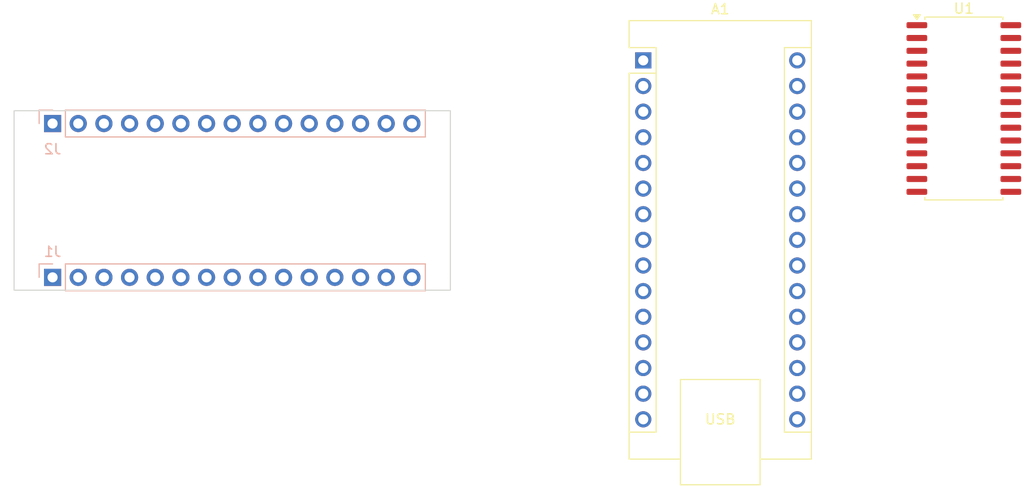
<source format=kicad_pcb>
(kicad_pcb (version 20241229) (generator "pcbnew") (generator_version "9.0")
  (title_block (date "sam. 04 avril 2015"))
  (layers (0 "F.Cu" signal) (2 "B.Cu" signal) (13 "F.Paste" user) (15 "B.Paste" user) (5 "F.SilkS" user "F.Silkscreen") (7 "B.SilkS" user "B.Silkscreen") (1 "F.Mask" user) (3 "B.Mask" user) (25 "Edge.Cuts" user))
  (net 0 "")
  (net 1 "GND")
  (net 2 "/~{RESET}")
  (net 3 "VCC")
  (net 4 "/*D9")
  (net 5 "/D8")
  (net 6 "/D7")
  (net 7 "/*D6")
  (net 8 "/*D5")
  (net 9 "/D4")
  (net 10 "+5V")
  (net 11 "/A3")
  (net 12 "/A2")
  (net 13 "/A1")
  (net 14 "/A0")
  (net 15 "/AREF")
  (net 16 "/D0{slash}RX")
  (net 17 "/D1{slash}TX")
  (net 18 "+3V3")
  (net 19 "/A7")
  (net 20 "/A6")
  (net 21 "/A5{slash}SCL")
  (net 22 "/A4{slash}SDA")
  (net 23 "/D13{slash}SCK")
  (net 24 "/D2")
  (net 25 "/*D3")
  (net 26 "/*D10{slash}SS")
  (net 27 "/*D11{slash}MOSI")
  (net 28 "/D12{slash}MISO")
  (net 37 "Net-(A1-SCL{slash}A5)")
  (net 40 "Net-(A1-GND-Pad29)")
  (net 56 "Net-(A1-SDA{slash}A4)")
  (footprint "Module:Arduino_Nano" (layer "F.Cu") (at 162.27 77.235)
    (property "Reference" "A1" (at 7.62 -5.08 0) (layer "F.SilkS"))
    (property "Value" "Arduino_Nano_Every")
    (fp_line (start -1.4 -3.94) (end -1.4 -1.27) (stroke (width 0.12)) (layer "F.SilkS"))
    (fp_line (start -1.4 1.27) (end -1.4 39.5) (stroke (width 0.12)) (layer "F.SilkS"))
    (fp_line (start -1.4 39.5) (end 3.68 39.5) (stroke (width 0.12)) (layer "F.SilkS"))
    (fp_line (start 1.27 -1.27) (end -1.4 -1.27) (stroke (width 0.12)) (layer "F.SilkS"))
    (fp_line (start 1.27 1.27) (end -1.4 1.27) (stroke (width 0.12)) (layer "F.SilkS"))
    (fp_line (start 1.27 1.27) (end 1.27 -1.27) (stroke (width 0.12)) (layer "F.SilkS"))
    (fp_line (start 1.27 1.27) (end 1.27 36.83) (stroke (width 0.12)) (layer "F.SilkS"))
    (fp_line (start 1.27 36.83) (end -1.4 36.83) (stroke (width 0.12)) (layer "F.SilkS"))
    (fp_line (start 3.68 31.62) (end 11.56 31.62) (stroke (width 0.12)) (layer "F.SilkS"))
    (fp_line (start 3.68 42.04) (end 3.68 31.62) (stroke (width 0.12)) (layer "F.SilkS"))
    (fp_line (start 11.56 31.62) (end 11.56 42.04) (stroke (width 0.12)) (layer "F.SilkS"))
    (fp_line (start 11.56 42.04) (end 3.68 42.04) (stroke (width 0.12)) (layer "F.SilkS"))
    (fp_line (start 13.97 -1.27) (end 13.97 36.83) (stroke (width 0.12)) (layer "F.SilkS"))
    (fp_line (start 13.97 -1.27) (end 16.64 -1.27) (stroke (width 0.12)) (layer "F.SilkS"))
    (fp_line (start 13.97 36.83) (end 16.64 36.83) (stroke (width 0.12)) (layer "F.SilkS"))
    (fp_line (start 16.64 -3.94) (end -1.4 -3.94) (stroke (width 0.12)) (layer "F.SilkS"))
    (fp_line (start 16.64 39.5) (end 11.56 39.5) (stroke (width 0.12)) (layer "F.SilkS"))
    (fp_line (start 16.64 39.5) (end 16.64 -3.94) (stroke (width 0.12)) (layer "F.SilkS"))
    (fp_text user "USB" (at 7.62 35.56 0) (layer "F.SilkS"))
    (pad "1" thru_hole rect (at 0 0) (size 1.6 1.6) (drill 1) (layers "*.Cu" "*.Mask"))
    (pad "2" thru_hole oval (at 0 2.54) (size 1.6 1.6) (drill 1) (layers "*.Cu" "*.Mask"))
    (pad "3" thru_hole oval (at 0 5.08) (size 1.6 1.6) (drill 1) (layers "*.Cu" "*.Mask"))
    (pad "4" thru_hole oval (at 0 7.62) (size 1.6 1.6) (drill 1) (layers "*.Cu" "*.Mask") (net 40 "Net-(A1-GND-Pad29)"))
    (pad "5" thru_hole oval (at 0 10.16) (size 1.6 1.6) (drill 1) (layers "*.Cu" "*.Mask"))
    (pad "6" thru_hole oval (at 0 12.7) (size 1.6 1.6) (drill 1) (layers "*.Cu" "*.Mask"))
    (pad "7" thru_hole oval (at 0 15.24) (size 1.6 1.6) (drill 1) (layers "*.Cu" "*.Mask"))
    (pad "8" thru_hole oval (at 0 17.78) (size 1.6 1.6) (drill 1) (layers "*.Cu" "*.Mask"))
    (pad "9" thru_hole oval (at 0 20.32) (size 1.6 1.6) (drill 1) (layers "*.Cu" "*.Mask"))
    (pad "10" thru_hole oval (at 0 22.86) (size 1.6 1.6) (drill 1) (layers "*.Cu" "*.Mask"))
    (pad "11" thru_hole oval (at 0 25.4) (size 1.6 1.6) (drill 1) (layers "*.Cu" "*.Mask"))
    (pad "12" thru_hole oval (at 0 27.94) (size 1.6 1.6) (drill 1) (layers "*.Cu" "*.Mask"))
    (pad "13" thru_hole oval (at 0 30.48) (size 1.6 1.6) (drill 1) (layers "*.Cu" "*.Mask"))
    (pad "14" thru_hole oval (at 0 33.02) (size 1.6 1.6) (drill 1) (layers "*.Cu" "*.Mask"))
    (pad "15" thru_hole oval (at 0 35.56) (size 1.6 1.6) (drill 1) (layers "*.Cu" "*.Mask"))
    (pad "16" thru_hole oval (at 15.24 35.56) (size 1.6 1.6) (drill 1) (layers "*.Cu" "*.Mask"))
    (pad "17" thru_hole oval (at 15.24 33.02) (size 1.6 1.6) (drill 1) (layers "*.Cu" "*.Mask"))
    (pad "18" thru_hole oval (at 15.24 30.48) (size 1.6 1.6) (drill 1) (layers "*.Cu" "*.Mask"))
    (pad "19" thru_hole oval (at 15.24 27.94) (size 1.6 1.6) (drill 1) (layers "*.Cu" "*.Mask"))
    (pad "20" thru_hole oval (at 15.24 25.4) (size 1.6 1.6) (drill 1) (layers "*.Cu" "*.Mask"))
    (pad "21" thru_hole oval (at 15.24 22.86) (size 1.6 1.6) (drill 1) (layers "*.Cu" "*.Mask"))
    (pad "22" thru_hole oval (at 15.24 20.32) (size 1.6 1.6) (drill 1) (layers "*.Cu" "*.Mask"))
    (pad "23" thru_hole oval (at 15.24 17.78) (size 1.6 1.6) (drill 1) (layers "*.Cu" "*.Mask") (net 56 "Net-(A1-SDA{slash}A4)"))
    (pad "24" thru_hole oval (at 15.24 15.24) (size 1.6 1.6) (drill 1) (layers "*.Cu" "*.Mask") (net 37 "Net-(A1-SCL{slash}A5)"))
    (pad "25" thru_hole oval (at 15.24 12.7) (size 1.6 1.6) (drill 1) (layers "*.Cu" "*.Mask"))
    (pad "26" thru_hole oval (at 15.24 10.16) (size 1.6 1.6) (drill 1) (layers "*.Cu" "*.Mask"))
    (pad "27" thru_hole oval (at 15.24 7.62) (size 1.6 1.6) (drill 1) (layers "*.Cu" "*.Mask"))
    (pad "28" thru_hole oval (at 15.24 5.08) (size 1.6 1.6) (drill 1) (layers "*.Cu" "*.Mask"))
    (pad "29" thru_hole oval (at 15.24 2.54) (size 1.6 1.6) (drill 1) (layers "*.Cu" "*.Mask") (net 40 "Net-(A1-GND-Pad29)"))
    (pad "30" thru_hole oval (at 15.24 0) (size 1.6 1.6) (drill 1) (layers "*.Cu" "*.Mask"))
  )
  (footprint "Arduino_MountingHole:MountingHole_65mil" (layer "F.Cu") (at 101.27 83.49)
    (property "Reference" "MH2" (hide yes))
    (property "Value" "MountingHole_65mil" (hide yes))
    (pad "" np_thru_hole circle (at 0 0) (size 1.651 1.651) (drill 1.651) (layers "*.Cu" "*.Mask"))
  )
  (footprint "Arduino_MountingHole:MountingHole_65mil" (layer "F.Cu") (at 141.91 98.73)
    (property "Reference" "MH4" (hide yes))
    (property "Value" "MountingHole_65mil" (hide yes))
    (pad "" np_thru_hole circle (at 0 0) (size 1.651 1.651) (drill 1.651) (layers "*.Cu" "*.Mask"))
  )
  (footprint "Package_SO:SOIC-28W_7.5x17.9mm_P1.27mm" (layer "F.Cu") (at 194 82)
    (property "Reference" "U1" (at 0 -9.9 0) (layer "F.SilkS"))
    (property "Value" "MCP23017_SO")
    (fp_line (start -3.86 -9.06) (end 3.86 -9.06) (stroke (width 0.12)) (layer "F.SilkS"))
    (fp_line (start -3.86 -8.815) (end -3.86 -9.06) (stroke (width 0.12)) (layer "F.SilkS"))
    (fp_line (start -3.86 9.06) (end -3.86 8.815) (stroke (width 0.12)) (layer "F.SilkS"))
    (fp_line (start 3.86 -9.06) (end 3.86 -8.815) (stroke (width 0.12)) (layer "F.SilkS"))
    (fp_line (start 3.86 8.815) (end 3.86 9.06) (stroke (width 0.12)) (layer "F.SilkS"))
    (fp_line (start 3.86 9.06) (end -3.86 9.06) (stroke (width 0.12)) (layer "F.SilkS"))
    (fp_poly (pts (xy -4.65 -8.82) (xy -4.99 -9.29) (xy -4.31 -9.29)) (stroke (width 0.12)) (fill yes) (layer "F.SilkS"))
    (pad "1" smd roundrect (at -4.65 -8.255) (size 2.05 0.6) (layers "F.Cu" "F.Mask" "F.Paste"))
    (pad "2" smd roundrect (at -4.65 -6.985) (size 2.05 0.6) (layers "F.Cu" "F.Mask" "F.Paste"))
    (pad "3" smd roundrect (at -4.65 -5.715) (size 2.05 0.6) (layers "F.Cu" "F.Mask" "F.Paste"))
    (pad "4" smd roundrect (at -4.65 -4.445) (size 2.05 0.6) (layers "F.Cu" "F.Mask" "F.Paste"))
    (pad "5" smd roundrect (at -4.65 -3.175) (size 2.05 0.6) (layers "F.Cu" "F.Mask" "F.Paste"))
    (pad "6" smd roundrect (at -4.65 -1.905) (size 2.05 0.6) (layers "F.Cu" "F.Mask" "F.Paste"))
    (pad "7" smd roundrect (at -4.65 -0.635) (size 2.05 0.6) (layers "F.Cu" "F.Mask" "F.Paste"))
    (pad "8" smd roundrect (at -4.65 0.635) (size 2.05 0.6) (layers "F.Cu" "F.Mask" "F.Paste"))
    (pad "9" smd roundrect (at -4.65 1.905) (size 2.05 0.6) (layers "F.Cu" "F.Mask" "F.Paste"))
    (pad "10" smd roundrect (at -4.65 3.175) (size 2.05 0.6) (layers "F.Cu" "F.Mask" "F.Paste"))
    (pad "11" smd roundrect (at -4.65 4.445) (size 2.05 0.6) (layers "F.Cu" "F.Mask" "F.Paste"))
    (pad "12" smd roundrect (at -4.65 5.715) (size 2.05 0.6) (layers "F.Cu" "F.Mask" "F.Paste") (net 37 "Net-(A1-SCL{slash}A5)"))
    (pad "13" smd roundrect (at -4.65 6.985) (size 2.05 0.6) (layers "F.Cu" "F.Mask" "F.Paste") (net 56 "Net-(A1-SDA{slash}A4)"))
    (pad "14" smd roundrect (at -4.65 8.255) (size 2.05 0.6) (layers "F.Cu" "F.Mask" "F.Paste"))
    (pad "15" smd roundrect (at 4.65 8.255) (size 2.05 0.6) (layers "F.Cu" "F.Mask" "F.Paste"))
    (pad "16" smd roundrect (at 4.65 6.985) (size 2.05 0.6) (layers "F.Cu" "F.Mask" "F.Paste"))
    (pad "17" smd roundrect (at 4.65 5.715) (size 2.05 0.6) (layers "F.Cu" "F.Mask" "F.Paste"))
    (pad "18" smd roundrect (at 4.65 4.445) (size 2.05 0.6) (layers "F.Cu" "F.Mask" "F.Paste"))
    (pad "19" smd roundrect (at 4.65 3.175) (size 2.05 0.6) (layers "F.Cu" "F.Mask" "F.Paste"))
    (pad "20" smd roundrect (at 4.65 1.905) (size 2.05 0.6) (layers "F.Cu" "F.Mask" "F.Paste"))
    (pad "21" smd roundrect (at 4.65 0.635) (size 2.05 0.6) (layers "F.Cu" "F.Mask" "F.Paste"))
    (pad "22" smd roundrect (at 4.65 -0.635) (size 2.05 0.6) (layers "F.Cu" "F.Mask" "F.Paste"))
    (pad "23" smd roundrect (at 4.65 -1.905) (size 2.05 0.6) (layers "F.Cu" "F.Mask" "F.Paste"))
    (pad "24" smd roundrect (at 4.65 -3.175) (size 2.05 0.6) (layers "F.Cu" "F.Mask" "F.Paste"))
    (pad "25" smd roundrect (at 4.65 -4.445) (size 2.05 0.6) (layers "F.Cu" "F.Mask" "F.Paste"))
    (pad "26" smd roundrect (at 4.65 -5.715) (size 2.05 0.6) (layers "F.Cu" "F.Mask" "F.Paste"))
    (pad "27" smd roundrect (at 4.65 -6.985) (size 2.05 0.6) (layers "F.Cu" "F.Mask" "F.Paste"))
    (pad "28" smd roundrect (at 4.65 -8.255) (size 2.05 0.6) (layers "F.Cu" "F.Mask" "F.Paste"))
  )
  (footprint "Arduino_MountingHole:MountingHole_65mil" (layer "F.Cu") (at 101.27 98.73)
    (property "Reference" "MH1" (hide yes))
    (property "Value" "MountingHole_65mil" (hide yes))
    (pad "" np_thru_hole circle (at 0 0) (size 1.651 1.651) (drill 1.651) (layers "*.Cu" "*.Mask"))
  )
  (footprint "Arduino_MountingHole:MountingHole_65mil" (layer "F.Cu") (at 141.91 83.49)
    (property "Reference" "MH3" (hide yes))
    (property "Value" "MountingHole_65mil" (hide yes))
    (pad "" np_thru_hole circle (at 0 0) (size 1.651 1.651) (drill 1.651) (layers "*.Cu" "*.Mask"))
  )
  (footprint "Connector_PinHeader_2.54mm:PinHeader_1x15_P2.54mm_Vertical" (layer "B.Cu") (at 103.81 98.73 -90)
    (property "Reference" "J1" (at -2.54 0 180) (layer "B.SilkS") (effects (justify mirror)))
    (property "Value" "Analog")
    (fp_line (start -1.33 1.33) (end 0 1.33) (stroke (width 0.12)) (layer "B.SilkS"))
    (fp_line (start -1.33 0) (end -1.33 1.33) (stroke (width 0.12)) (layer "B.SilkS"))
    (fp_line (start -1.33 -1.27) (end 1.33 -1.27) (stroke (width 0.12)) (layer "B.SilkS"))
    (fp_line (start -1.33 -1.27) (end -1.33 -36.89) (stroke (width 0.12)) (layer "B.SilkS"))
    (fp_line (start 1.33 -1.27) (end 1.33 -36.89) (stroke (width 0.12)) (layer "B.SilkS"))
    (fp_line (start -1.33 -36.89) (end 1.33 -36.89) (stroke (width 0.12)) (layer "B.SilkS"))
    (pad "1" thru_hole rect (at 0 0 270) (size 1.7 1.7) (drill 1) (layers "*.Cu" "*.Mask") (net 23 "/D13{slash}SCK"))
    (pad "2" thru_hole oval (at 0 -2.54 270) (size 1.7 1.7) (drill 1) (layers "*.Cu" "*.Mask") (net 18 "+3V3"))
    (pad "3" thru_hole oval (at 0 -5.08 270) (size 1.7 1.7) (drill 1) (layers "*.Cu" "*.Mask") (net 15 "/AREF"))
    (pad "4" thru_hole oval (at 0 -7.62 270) (size 1.7 1.7) (drill 1) (layers "*.Cu" "*.Mask") (net 14 "/A0"))
    (pad "5" thru_hole oval (at 0 -10.16 270) (size 1.7 1.7) (drill 1) (layers "*.Cu" "*.Mask") (net 13 "/A1"))
    (pad "6" thru_hole oval (at 0 -12.7 270) (size 1.7 1.7) (drill 1) (layers "*.Cu" "*.Mask") (net 12 "/A2"))
    (pad "7" thru_hole oval (at 0 -15.24 270) (size 1.7 1.7) (drill 1) (layers "*.Cu" "*.Mask") (net 11 "/A3"))
    (pad "8" thru_hole oval (at 0 -17.78 270) (size 1.7 1.7) (drill 1) (layers "*.Cu" "*.Mask") (net 22 "/A4{slash}SDA"))
    (pad "9" thru_hole oval (at 0 -20.32 270) (size 1.7 1.7) (drill 1) (layers "*.Cu" "*.Mask") (net 21 "/A5{slash}SCL"))
    (pad "10" thru_hole oval (at 0 -22.86 270) (size 1.7 1.7) (drill 1) (layers "*.Cu" "*.Mask") (net 20 "/A6"))
    (pad "11" thru_hole oval (at 0 -25.4 270) (size 1.7 1.7) (drill 1) (layers "*.Cu" "*.Mask") (net 19 "/A7"))
    (pad "12" thru_hole oval (at 0 -27.94 270) (size 1.7 1.7) (drill 1) (layers "*.Cu" "*.Mask") (net 10 "+5V"))
    (pad "13" thru_hole oval (at 0 -30.48 270) (size 1.7 1.7) (drill 1) (layers "*.Cu" "*.Mask") (net 2 "/~{RESET}"))
    (pad "14" thru_hole oval (at 0 -33.02 270) (size 1.7 1.7) (drill 1) (layers "*.Cu" "*.Mask") (net 1 "GND"))
    (pad "15" thru_hole oval (at 0 -35.56 270) (size 1.7 1.7) (drill 1) (layers "*.Cu" "*.Mask") (net 3 "VCC"))
  )
  (footprint "Connector_PinHeader_2.54mm:PinHeader_1x15_P2.54mm_Vertical" (layer "B.Cu") (at 103.81 83.49 -90)
    (property "Reference" "J2" (at 2.54 0 180) (layer "B.SilkS") (effects (justify mirror)))
    (property "Value" "Digital")
    (fp_line (start -1.33 1.33) (end 0 1.33) (stroke (width 0.12)) (layer "B.SilkS"))
    (fp_line (start -1.33 0) (end -1.33 1.33) (stroke (width 0.12)) (layer "B.SilkS"))
    (fp_line (start -1.33 -1.27) (end 1.33 -1.27) (stroke (width 0.12)) (layer "B.SilkS"))
    (fp_line (start -1.33 -1.27) (end -1.33 -36.89) (stroke (width 0.12)) (layer "B.SilkS"))
    (fp_line (start 1.33 -1.27) (end 1.33 -36.89) (stroke (width 0.12)) (layer "B.SilkS"))
    (fp_line (start -1.33 -36.89) (end 1.33 -36.89) (stroke (width 0.12)) (layer "B.SilkS"))
    (pad "1" thru_hole rect (at 0 0 270) (size 1.7 1.7) (drill 1) (layers "*.Cu" "*.Mask") (net 28 "/D12{slash}MISO"))
    (pad "2" thru_hole oval (at 0 -2.54 270) (size 1.7 1.7) (drill 1) (layers "*.Cu" "*.Mask") (net 27 "/*D11{slash}MOSI"))
    (pad "3" thru_hole oval (at 0 -5.08 270) (size 1.7 1.7) (drill 1) (layers "*.Cu" "*.Mask") (net 26 "/*D10{slash}SS"))
    (pad "4" thru_hole oval (at 0 -7.62 270) (size 1.7 1.7) (drill 1) (layers "*.Cu" "*.Mask") (net 4 "/*D9"))
    (pad "5" thru_hole oval (at 0 -10.16 270) (size 1.7 1.7) (drill 1) (layers "*.Cu" "*.Mask") (net 5 "/D8"))
    (pad "6" thru_hole oval (at 0 -12.7 270) (size 1.7 1.7) (drill 1) (layers "*.Cu" "*.Mask") (net 6 "/D7"))
    (pad "7" thru_hole oval (at 0 -15.24 270) (size 1.7 1.7) (drill 1) (layers "*.Cu" "*.Mask") (net 7 "/*D6"))
    (pad "8" thru_hole oval (at 0 -17.78 270) (size 1.7 1.7) (drill 1) (layers "*.Cu" "*.Mask") (net 8 "/*D5"))
    (pad "9" thru_hole oval (at 0 -20.32 270) (size 1.7 1.7) (drill 1) (layers "*.Cu" "*.Mask") (net 9 "/D4"))
    (pad "10" thru_hole oval (at 0 -22.86 270) (size 1.7 1.7) (drill 1) (layers "*.Cu" "*.Mask") (net 25 "/*D3"))
    (pad "11" thru_hole oval (at 0 -25.4 270) (size 1.7 1.7) (drill 1) (layers "*.Cu" "*.Mask") (net 24 "/D2"))
    (pad "12" thru_hole oval (at 0 -27.94 270) (size 1.7 1.7) (drill 1) (layers "*.Cu" "*.Mask") (net 1 "GND"))
    (pad "13" thru_hole oval (at 0 -30.48 270) (size 1.7 1.7) (drill 1) (layers "*.Cu" "*.Mask") (net 2 "/~{RESET}"))
    (pad "14" thru_hole oval (at 0 -33.02 270) (size 1.7 1.7) (drill 1) (layers "*.Cu" "*.Mask") (net 16 "/D0{slash}RX"))
    (pad "15" thru_hole oval (at 0 -35.56 270) (size 1.7 1.7) (drill 1) (layers "*.Cu" "*.Mask") (net 17 "/D1{slash}TX"))
  )
  (gr_rect (start 100 82.22) (end 143.18 100) (stroke (width 0.1)) (fill no) (layer "Edge.Cuts"))
)
</source>
